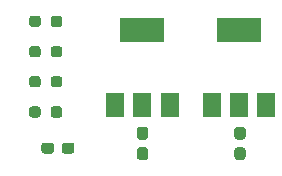
<source format=gbr>
%TF.GenerationSoftware,KiCad,Pcbnew,(5.1.9)-1*%
%TF.CreationDate,2021-06-10T09:26:42-06:00*%
%TF.ProjectId,sl-pi-aprs,736c2d70-692d-4617-9072-732e6b696361,rev?*%
%TF.SameCoordinates,Original*%
%TF.FileFunction,Paste,Bot*%
%TF.FilePolarity,Positive*%
%FSLAX46Y46*%
G04 Gerber Fmt 4.6, Leading zero omitted, Abs format (unit mm)*
G04 Created by KiCad (PCBNEW (5.1.9)-1) date 2021-06-10 09:26:42*
%MOMM*%
%LPD*%
G01*
G04 APERTURE LIST*
%ADD10R,1.500000X2.000000*%
%ADD11R,3.800000X2.000000*%
G04 APERTURE END LIST*
%TO.C,C1*%
G36*
G01*
X108512500Y-100262500D02*
X108512500Y-100737500D01*
G75*
G02*
X108275000Y-100975000I-237500J0D01*
G01*
X107675000Y-100975000D01*
G75*
G02*
X107437500Y-100737500I0J237500D01*
G01*
X107437500Y-100262500D01*
G75*
G02*
X107675000Y-100025000I237500J0D01*
G01*
X108275000Y-100025000D01*
G75*
G02*
X108512500Y-100262500I0J-237500D01*
G01*
G37*
G36*
G01*
X110237500Y-100262500D02*
X110237500Y-100737500D01*
G75*
G02*
X110000000Y-100975000I-237500J0D01*
G01*
X109400000Y-100975000D01*
G75*
G02*
X109162500Y-100737500I0J237500D01*
G01*
X109162500Y-100262500D01*
G75*
G02*
X109400000Y-100025000I237500J0D01*
G01*
X110000000Y-100025000D01*
G75*
G02*
X110237500Y-100262500I0J-237500D01*
G01*
G37*
%TD*%
D10*
%TO.C,U2*%
X126490000Y-96835000D03*
X121890000Y-96835000D03*
X124190000Y-96835000D03*
D11*
X124190000Y-90535000D03*
%TD*%
D10*
%TO.C,U1*%
X118290000Y-96835000D03*
X113690000Y-96835000D03*
X115990000Y-96835000D03*
D11*
X115990000Y-90535000D03*
%TD*%
%TO.C,R8*%
G36*
G01*
X106400000Y-90002500D02*
X106400000Y-89527500D01*
G75*
G02*
X106637500Y-89290000I237500J0D01*
G01*
X107137500Y-89290000D01*
G75*
G02*
X107375000Y-89527500I0J-237500D01*
G01*
X107375000Y-90002500D01*
G75*
G02*
X107137500Y-90240000I-237500J0D01*
G01*
X106637500Y-90240000D01*
G75*
G02*
X106400000Y-90002500I0J237500D01*
G01*
G37*
G36*
G01*
X108225000Y-90002500D02*
X108225000Y-89527500D01*
G75*
G02*
X108462500Y-89290000I237500J0D01*
G01*
X108962500Y-89290000D01*
G75*
G02*
X109200000Y-89527500I0J-237500D01*
G01*
X109200000Y-90002500D01*
G75*
G02*
X108962500Y-90240000I-237500J0D01*
G01*
X108462500Y-90240000D01*
G75*
G02*
X108225000Y-90002500I0J237500D01*
G01*
G37*
%TD*%
%TO.C,R7*%
G36*
G01*
X108224800Y-97680500D02*
X108224800Y-97205500D01*
G75*
G02*
X108462300Y-96968000I237500J0D01*
G01*
X108962300Y-96968000D01*
G75*
G02*
X109199800Y-97205500I0J-237500D01*
G01*
X109199800Y-97680500D01*
G75*
G02*
X108962300Y-97918000I-237500J0D01*
G01*
X108462300Y-97918000D01*
G75*
G02*
X108224800Y-97680500I0J237500D01*
G01*
G37*
G36*
G01*
X106399800Y-97680500D02*
X106399800Y-97205500D01*
G75*
G02*
X106637300Y-96968000I237500J0D01*
G01*
X107137300Y-96968000D01*
G75*
G02*
X107374800Y-97205500I0J-237500D01*
G01*
X107374800Y-97680500D01*
G75*
G02*
X107137300Y-97918000I-237500J0D01*
G01*
X106637300Y-97918000D01*
G75*
G02*
X106399800Y-97680500I0J237500D01*
G01*
G37*
%TD*%
%TO.C,R5*%
G36*
G01*
X108225000Y-92572500D02*
X108225000Y-92097500D01*
G75*
G02*
X108462500Y-91860000I237500J0D01*
G01*
X108962500Y-91860000D01*
G75*
G02*
X109200000Y-92097500I0J-237500D01*
G01*
X109200000Y-92572500D01*
G75*
G02*
X108962500Y-92810000I-237500J0D01*
G01*
X108462500Y-92810000D01*
G75*
G02*
X108225000Y-92572500I0J237500D01*
G01*
G37*
G36*
G01*
X106400000Y-92572500D02*
X106400000Y-92097500D01*
G75*
G02*
X106637500Y-91860000I237500J0D01*
G01*
X107137500Y-91860000D01*
G75*
G02*
X107375000Y-92097500I0J-237500D01*
G01*
X107375000Y-92572500D01*
G75*
G02*
X107137500Y-92810000I-237500J0D01*
G01*
X106637500Y-92810000D01*
G75*
G02*
X106400000Y-92572500I0J237500D01*
G01*
G37*
%TD*%
%TO.C,R3*%
G36*
G01*
X108225000Y-95112500D02*
X108225000Y-94637500D01*
G75*
G02*
X108462500Y-94400000I237500J0D01*
G01*
X108962500Y-94400000D01*
G75*
G02*
X109200000Y-94637500I0J-237500D01*
G01*
X109200000Y-95112500D01*
G75*
G02*
X108962500Y-95350000I-237500J0D01*
G01*
X108462500Y-95350000D01*
G75*
G02*
X108225000Y-95112500I0J237500D01*
G01*
G37*
G36*
G01*
X106400000Y-95112500D02*
X106400000Y-94637500D01*
G75*
G02*
X106637500Y-94400000I237500J0D01*
G01*
X107137500Y-94400000D01*
G75*
G02*
X107375000Y-94637500I0J-237500D01*
G01*
X107375000Y-95112500D01*
G75*
G02*
X107137500Y-95350000I-237500J0D01*
G01*
X106637500Y-95350000D01*
G75*
G02*
X106400000Y-95112500I0J237500D01*
G01*
G37*
%TD*%
%TO.C,C3*%
G36*
G01*
X124012500Y-100425000D02*
X124487500Y-100425000D01*
G75*
G02*
X124725000Y-100662500I0J-237500D01*
G01*
X124725000Y-101262500D01*
G75*
G02*
X124487500Y-101500000I-237500J0D01*
G01*
X124012500Y-101500000D01*
G75*
G02*
X123775000Y-101262500I0J237500D01*
G01*
X123775000Y-100662500D01*
G75*
G02*
X124012500Y-100425000I237500J0D01*
G01*
G37*
G36*
G01*
X124012500Y-98700000D02*
X124487500Y-98700000D01*
G75*
G02*
X124725000Y-98937500I0J-237500D01*
G01*
X124725000Y-99537500D01*
G75*
G02*
X124487500Y-99775000I-237500J0D01*
G01*
X124012500Y-99775000D01*
G75*
G02*
X123775000Y-99537500I0J237500D01*
G01*
X123775000Y-98937500D01*
G75*
G02*
X124012500Y-98700000I237500J0D01*
G01*
G37*
%TD*%
%TO.C,C2*%
G36*
G01*
X115762500Y-100425000D02*
X116237500Y-100425000D01*
G75*
G02*
X116475000Y-100662500I0J-237500D01*
G01*
X116475000Y-101262500D01*
G75*
G02*
X116237500Y-101500000I-237500J0D01*
G01*
X115762500Y-101500000D01*
G75*
G02*
X115525000Y-101262500I0J237500D01*
G01*
X115525000Y-100662500D01*
G75*
G02*
X115762500Y-100425000I237500J0D01*
G01*
G37*
G36*
G01*
X115762500Y-98700000D02*
X116237500Y-98700000D01*
G75*
G02*
X116475000Y-98937500I0J-237500D01*
G01*
X116475000Y-99537500D01*
G75*
G02*
X116237500Y-99775000I-237500J0D01*
G01*
X115762500Y-99775000D01*
G75*
G02*
X115525000Y-99537500I0J237500D01*
G01*
X115525000Y-98937500D01*
G75*
G02*
X115762500Y-98700000I237500J0D01*
G01*
G37*
%TD*%
M02*

</source>
